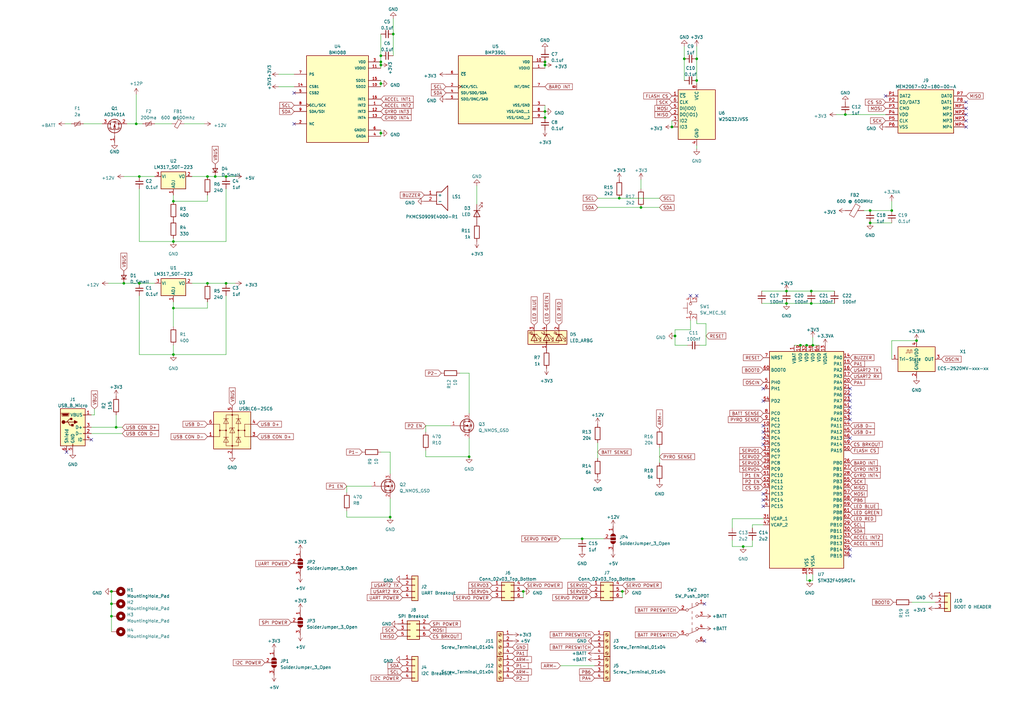
<source format=kicad_sch>
(kicad_sch (version 20230121) (generator eeschema)
  (paper "A3")
  (junction (at 214.63 242.57))
  (junction (at 88.265 72.39))
  (junction (at 285.75 24.13))
  (junction (at 275.59 52.07))
  (junction (at 57.15 72.39))
  (junction (at 223.52 26.67))
  (junction (at 332.105 238.125))
  (junction (at 255.27 242.57))
  (junction (at 161.29 13.97))
  (junction (at 322.58 119.38))
  (junction (at 254 81.28))
  (junction (at 71.12 145.415))
  (junction (at 57.15 116.205))
  (junction (at 45.72 242.57))
  (junction (at 156.21 22.86))
  (junction (at 322.58 124.46))
  (junction (at 156.21 54.61))
  (junction (at 333.375 141.605))
  (junction (at 92.71 116.205))
  (junction (at 356.87 86.36))
  (junction (at 85.09 72.39))
  (junction (at 92.71 72.39))
  (junction (at 375.92 139.7))
  (junction (at 47.625 175.26))
  (junction (at 238.76 220.98))
  (junction (at 71.12 82.55))
  (junction (at 346.71 46.99))
  (junction (at 276.86 137.795))
  (junction (at 332.74 119.38))
  (junction (at 356.87 91.44))
  (junction (at 85.09 116.205))
  (junction (at 55.88 50.8))
  (junction (at 223.52 45.72))
  (junction (at 285.75 33.02))
  (junction (at 156.21 25.4))
  (junction (at 330.835 141.605))
  (junction (at 45.72 247.65))
  (junction (at 45.72 252.73))
  (junction (at 223.52 25.4))
  (junction (at 365.76 86.36))
  (junction (at 71.12 99.06))
  (junction (at 223.52 48.26))
  (junction (at 304.8 224.155))
  (junction (at 71.12 126.365))
  (junction (at 160.02 212.09))
  (junction (at 156.21 34.29))
  (junction (at 328.295 141.605))
  (junction (at 156.21 26.67))
  (junction (at 192.405 187.325))
  (junction (at 262.89 85.09))
  (junction (at 280.67 24.13))
  (junction (at 50.8 116.205))
  (junction (at 332.74 124.46))
  (no_connect (at 348.615 169.545))
  (no_connect (at 283.21 121.285))
  (no_connect (at 313.055 202.565))
  (no_connect (at 313.055 205.105))
  (no_connect (at 313.055 159.385))
  (no_connect (at 348.615 172.085))
  (no_connect (at 396.24 46.99))
  (no_connect (at 313.055 177.165))
  (no_connect (at 348.615 227.965))
  (no_connect (at 348.615 167.005))
  (no_connect (at 285.75 121.285))
  (no_connect (at 313.055 164.465))
  (no_connect (at 396.24 49.53))
  (no_connect (at 120.65 38.1))
  (no_connect (at 120.65 50.8))
  (no_connect (at 396.24 52.07))
  (no_connect (at 348.615 164.465))
  (no_connect (at 348.615 161.925))
  (no_connect (at 396.24 41.91))
  (no_connect (at 363.22 39.37))
  (no_connect (at 37.465 180.34))
  (no_connect (at 27.305 185.42))
  (no_connect (at 396.24 44.45))
  (no_connect (at 288.925 247.65))
  (no_connect (at 313.055 179.705))
  (no_connect (at 348.615 225.425))
  (no_connect (at 348.615 159.385))
  (no_connect (at 288.925 262.89))
  (no_connect (at 313.055 174.625))
  (no_connect (at 313.055 207.645))
  (no_connect (at 313.055 182.245))
  (no_connect (at 348.615 179.705))
  (wire (pts (xy 285.75 132.715) (xy 285.75 131.445)))
  (wire (pts (xy 160.02 194.31) (xy 160.02 185.42)))
  (wire (pts (xy 223.52 26.67) (xy 223.52 27.94)))
  (wire (pts (xy 47.625 175.26) (xy 50.165 175.26)))
  (wire (pts (xy 114.3 30.48) (xy 120.65 30.48)))
  (wire (pts (xy 276.86 137.795) (xy 276.86 141.605)))
  (wire (pts (xy 276.86 137.795) (xy 276.86 135.255)))
  (wire (pts (xy 300.355 221.615) (xy 300.355 224.155)))
  (wire (pts (xy 223.52 43.18) (xy 223.52 45.72)))
  (wire (pts (xy 330.835 238.125) (xy 332.105 238.125)))
  (wire (pts (xy 142.24 212.09) (xy 160.02 212.09)))
  (wire (pts (xy 365.76 82.55) (xy 365.76 86.36)))
  (wire (pts (xy 262.89 73.66) (xy 262.89 77.47)))
  (wire (pts (xy 333.375 238.125) (xy 333.375 235.585)))
  (wire (pts (xy 71.12 80.01) (xy 71.12 82.55)))
  (wire (pts (xy 285.75 24.13) (xy 285.75 33.02)))
  (wire (pts (xy 142.24 209.55) (xy 142.24 212.09)))
  (wire (pts (xy 322.58 124.46) (xy 332.74 124.46)))
  (wire (pts (xy 192.405 187.325) (xy 192.405 179.705)))
  (wire (pts (xy 50.8 116.205) (xy 57.15 116.205)))
  (wire (pts (xy 92.71 116.205) (xy 96.52 116.205)))
  (wire (pts (xy 57.15 99.06) (xy 71.12 99.06)))
  (wire (pts (xy 37.465 177.8) (xy 50.165 177.8)))
  (wire (pts (xy 45.72 252.73) (xy 45.72 259.08)))
  (wire (pts (xy 333.375 138.43) (xy 333.375 141.605)))
  (wire (pts (xy 92.71 72.39) (xy 96.52 72.39)))
  (wire (pts (xy 192.405 153.035) (xy 188.595 153.035)))
  (wire (pts (xy 346.71 46.99) (xy 363.22 46.99)))
  (wire (pts (xy 92.71 145.415) (xy 71.12 145.415)))
  (wire (pts (xy 161.29 7.62) (xy 161.29 13.97)))
  (wire (pts (xy 38.735 167.64) (xy 38.735 170.18)))
  (wire (pts (xy 287.02 141.605) (xy 289.56 141.605)))
  (wire (pts (xy 192.405 153.035) (xy 192.405 169.545)))
  (wire (pts (xy 174.625 187.325) (xy 192.405 187.325)))
  (wire (pts (xy 156.21 53.34) (xy 156.21 54.61)))
  (wire (pts (xy 365.76 139.7) (xy 375.92 139.7)))
  (wire (pts (xy 365.76 86.36) (xy 356.87 86.36)))
  (wire (pts (xy 356.87 91.44) (xy 365.76 91.44)))
  (wire (pts (xy 325.755 141.605) (xy 328.295 141.605)))
  (wire (pts (xy 330.835 141.605) (xy 333.375 141.605)))
  (wire (pts (xy 161.29 13.97) (xy 161.29 22.86)))
  (wire (pts (xy 85.09 72.39) (xy 88.265 72.39)))
  (wire (pts (xy 229.87 220.98) (xy 238.76 220.98)))
  (wire (pts (xy 245.11 181.61) (xy 245.11 187.96)))
  (wire (pts (xy 300.355 224.155) (xy 304.8 224.155)))
  (wire (pts (xy 85.09 80.01) (xy 85.09 82.55)))
  (wire (pts (xy 47.625 170.18) (xy 47.625 175.26)))
  (wire (pts (xy 156.21 34.29) (xy 156.21 35.56)))
  (wire (pts (xy 330.835 235.585) (xy 330.835 238.125)))
  (wire (pts (xy 34.29 50.8) (xy 41.91 50.8)))
  (wire (pts (xy 160.02 185.42) (xy 156.21 185.42)))
  (wire (pts (xy 312.42 119.38) (xy 322.58 119.38)))
  (wire (pts (xy 308.61 215.265) (xy 308.61 216.535)))
  (wire (pts (xy 285.75 33.02) (xy 285.75 34.29)))
  (wire (pts (xy 57.15 121.285) (xy 57.15 145.415)))
  (wire (pts (xy 57.15 77.47) (xy 57.15 99.06)))
  (wire (pts (xy 71.12 126.365) (xy 71.12 133.985)))
  (wire (pts (xy 71.12 123.825) (xy 71.12 126.365)))
  (wire (pts (xy 174.625 184.785) (xy 174.625 187.325)))
  (wire (pts (xy 280.67 19.05) (xy 280.67 24.13)))
  (wire (pts (xy 88.265 72.39) (xy 92.71 72.39)))
  (wire (pts (xy 276.86 141.605) (xy 281.94 141.605)))
  (wire (pts (xy 313.055 212.725) (xy 300.355 212.725)))
  (wire (pts (xy 214.63 242.57) (xy 214.63 245.11)))
  (wire (pts (xy 184.785 174.625) (xy 174.625 174.625)))
  (wire (pts (xy 57.15 72.39) (xy 63.5 72.39)))
  (wire (pts (xy 85.09 116.205) (xy 92.71 116.205)))
  (wire (pts (xy 313.055 215.265) (xy 308.61 215.265)))
  (wire (pts (xy 312.42 124.46) (xy 322.58 124.46)))
  (wire (pts (xy 71.12 99.06) (xy 92.71 99.06)))
  (wire (pts (xy 262.89 85.09) (xy 270.51 85.09)))
  (wire (pts (xy 85.09 126.365) (xy 71.12 126.365)))
  (wire (pts (xy 55.88 38.735) (xy 55.88 50.8)))
  (wire (pts (xy 255.27 242.57) (xy 255.27 245.11)))
  (wire (pts (xy 57.15 145.415) (xy 71.12 145.415)))
  (wire (pts (xy 276.86 135.255) (xy 283.21 135.255)))
  (wire (pts (xy 71.12 99.06) (xy 71.12 97.79)))
  (wire (pts (xy 332.74 124.46) (xy 342.265 124.46)))
  (wire (pts (xy 75.565 50.8) (xy 83.82 50.8)))
  (wire (pts (xy 156.21 33.02) (xy 156.21 34.29)))
  (wire (pts (xy 346.71 46.99) (xy 342.9 46.99)))
  (wire (pts (xy 322.58 119.38) (xy 332.74 119.38)))
  (wire (pts (xy 92.71 121.285) (xy 92.71 145.415)))
  (wire (pts (xy 92.71 77.47) (xy 92.71 99.06)))
  (wire (pts (xy 45.72 247.65) (xy 45.72 252.73)))
  (wire (pts (xy 328.295 141.605) (xy 330.835 141.605)))
  (wire (pts (xy 245.11 85.09) (xy 262.89 85.09)))
  (wire (pts (xy 45.72 242.57) (xy 45.72 247.65)))
  (wire (pts (xy 37.465 175.26) (xy 47.625 175.26)))
  (wire (pts (xy 308.61 224.155) (xy 308.61 221.615)))
  (wire (pts (xy 229.87 273.05) (xy 243.84 273.05)))
  (wire (pts (xy 223.52 25.4) (xy 223.52 26.67)))
  (wire (pts (xy 26.67 50.8) (xy 29.21 50.8)))
  (wire (pts (xy 63.5 50.8) (xy 70.485 50.8)))
  (wire (pts (xy 50.8 72.39) (xy 57.15 72.39)))
  (wire (pts (xy 304.8 224.155) (xy 308.61 224.155)))
  (wire (pts (xy 38.735 170.18) (xy 37.465 170.18)))
  (wire (pts (xy 156.21 13.97) (xy 156.21 22.86)))
  (wire (pts (xy 156.21 26.67) (xy 156.21 27.94)))
  (wire (pts (xy 156.21 25.4) (xy 156.21 26.67)))
  (wire (pts (xy 285.75 59.69) (xy 285.75 60.96)))
  (wire (pts (xy 254 81.28) (xy 270.51 81.28)))
  (wire (pts (xy 156.21 22.86) (xy 156.21 25.4)))
  (wire (pts (xy 160.02 212.09) (xy 160.02 204.47)))
  (wire (pts (xy 238.76 220.98) (xy 247.65 220.98)))
  (wire (pts (xy 285.75 19.05) (xy 285.75 24.13)))
  (wire (pts (xy 152.4 199.39) (xy 142.24 199.39)))
  (wire (pts (xy 365.76 147.32) (xy 365.76 139.7)))
  (wire (pts (xy 85.09 82.55) (xy 71.12 82.55)))
  (wire (pts (xy 356.87 86.36) (xy 354.33 86.36)))
  (wire (pts (xy 52.07 50.8) (xy 55.88 50.8)))
  (wire (pts (xy 270.51 183.515) (xy 270.51 189.865)))
  (wire (pts (xy 195.58 76.2) (xy 195.58 83.82)))
  (wire (pts (xy 55.88 50.8) (xy 58.42 50.8)))
  (wire (pts (xy 174.625 174.625) (xy 174.625 177.165)))
  (wire (pts (xy 44.45 116.205) (xy 50.8 116.205)))
  (wire (pts (xy 289.56 132.715) (xy 289.56 141.605)))
  (wire (pts (xy 374.015 247.015) (xy 383.54 247.015)))
  (wire (pts (xy 142.24 199.39) (xy 142.24 201.93)))
  (wire (pts (xy 332.74 119.38) (xy 342.265 119.38)))
  (wire (pts (xy 156.21 54.61) (xy 156.21 55.88)))
  (wire (pts (xy 333.375 141.605) (xy 335.915 141.605)))
  (wire (pts (xy 245.11 81.28) (xy 254 81.28)))
  (wire (pts (xy 275.59 49.53) (xy 275.59 52.07)))
  (wire (pts (xy 289.56 132.715) (xy 285.75 132.715)))
  (wire (pts (xy 223.52 45.72) (xy 223.52 48.26)))
  (wire (pts (xy 283.21 135.255) (xy 283.21 131.445)))
  (wire (pts (xy 300.355 212.725) (xy 300.355 216.535)))
  (wire (pts (xy 332.105 238.125) (xy 333.375 238.125)))
  (wire (pts (xy 85.09 123.825) (xy 85.09 126.365)))
  (wire (pts (xy 71.12 141.605) (xy 71.12 145.415)))
  (wire (pts (xy 280.67 24.13) (xy 280.67 33.02)))
  (wire (pts (xy 114.3 35.56) (xy 120.65 35.56)))
  (wire (pts (xy 57.15 116.205) (xy 63.5 116.205)))
  (wire (pts (xy 78.74 116.205) (xy 85.09 116.205)))
  (wire (pts (xy 78.74 72.39) (xy 85.09 72.39)))
  (global_label "P2 EN" (shape input) (at 313.055 197.485 180) (property "Intersheetrefs" "${INTERSHEET_REFS}" (effects hide)))
  (global_label "SPI POWER" (shape input) (at 175.895 255.905 0) (property "Intersheetrefs" "${INTERSHEET_REFS}" (effects hide)))
  (global_label "ARM-" (shape input) (at 210.185 275.59 0) (property "Intersheetrefs" "${INTERSHEET_REFS}" (effects hide)))
  (global_label "BARO INT" (shape input) (at 223.52 35.56 0) (property "Intersheetrefs" "${INTERSHEET_REFS}" (effects hide)))
  (global_label "SERVO4" (shape input) (at 201.93 242.57 180) (property "Intersheetrefs" "${INTERSHEET_REFS}" (effects hide)))
  (global_label "SERVO3" (shape input) (at 313.055 189.865 180) (property "Intersheetrefs" "${INTERSHEET_REFS}" (effects hide)))
  (global_label "ARM-" (shape input) (at 270.51 175.895 90) (property "Intersheetrefs" "${INTERSHEET_REFS}" (effects hide)))
  (global_label "SCL" (shape input) (at 348.615 215.265 0) (property "Intersheetrefs" "${INTERSHEET_REFS}" (effects hide)))
  (global_label "OSCIN" (shape input) (at 313.055 156.845 180) (property "Intersheetrefs" "${INTERSHEET_REFS}" (effects hide)))
  (global_label "LED GREEN" (shape input) (at 224.155 133.35 90) (property "Intersheetrefs" "${INTERSHEET_REFS}" (effects hide)))
  (global_label "MISO" (shape input) (at 163.195 260.985 180) (property "Intersheetrefs" "${INTERSHEET_REFS}" (effects hide)))
  (global_label "MOSI" (shape input) (at 175.895 258.445 0) (property "Intersheetrefs" "${INTERSHEET_REFS}" (effects hide)))
  (global_label "GYRO INT3" (shape input) (at 156.21 45.72 0) (property "Intersheetrefs" "${INTERSHEET_REFS}" (effects hide)))
  (global_label "BATT PRESWITCH" (shape input) (at 278.765 250.19 180) (property "Intersheetrefs" "${INTERSHEET_REFS}" (effects hide)))
  (global_label "BOOT0" (shape input) (at 366.395 247.015 180) (property "Intersheetrefs" "${INTERSHEET_REFS}" (effects hide)))
  (global_label "USB D-" (shape input) (at 348.615 174.625 0) (property "Intersheetrefs" "${INTERSHEET_REFS}" (effects hide)))
  (global_label "LED RED" (shape input) (at 229.235 133.35 90) (property "Intersheetrefs" "${INTERSHEET_REFS}" (effects hide)))
  (global_label "PA1" (shape input) (at 348.615 149.225 0) (property "Intersheetrefs" "${INTERSHEET_REFS}" (effects hide)))
  (global_label "PA4" (shape input) (at 348.615 156.845 0) (property "Intersheetrefs" "${INTERSHEET_REFS}" (effects hide)))
  (global_label "UART POWER" (shape input) (at 165.1 245.11 180) (property "Intersheetrefs" "${INTERSHEET_REFS}" (effects hide)))
  (global_label "SCL" (shape input) (at 270.51 81.28 0) (property "Intersheetrefs" "${INTERSHEET_REFS}" (effects hide)))
  (global_label "OSCIN" (shape input) (at 386.08 147.32 0) (property "Intersheetrefs" "${INTERSHEET_REFS}" (effects hide)))
  (global_label "SDA" (shape input) (at 120.65 45.72 180) (property "Intersheetrefs" "${INTERSHEET_REFS}" (effects hide)))
  (global_label "PB6" (shape input) (at 243.84 275.59 180) (property "Intersheetrefs" "${INTERSHEET_REFS}" (effects hide)))
  (global_label "BATT PRESWITCH" (shape input) (at 243.84 260.35 180) (property "Intersheetrefs" "${INTERSHEET_REFS}" (effects hide)))
  (global_label "BATT PRESWITCH" (shape input) (at 243.84 265.43 180) (property "Intersheetrefs" "${INTERSHEET_REFS}" (effects hide)))
  (global_label "CS BRKOUT" (shape input) (at 348.615 182.245 0) (property "Intersheetrefs" "${INTERSHEET_REFS}" (effects hide)))
  (global_label "ARM-" (shape input) (at 210.185 270.51 0) (property "Intersheetrefs" "${INTERSHEET_REFS}" (effects hide)))
  (global_label "SCL" (shape input) (at 245.11 81.28 180) (property "Intersheetrefs" "${INTERSHEET_REFS}" (effects hide)))
  (global_label "USB CON D+" (shape input) (at 105.41 179.07 0) (property "Intersheetrefs" "${INTERSHEET_REFS}" (effects hide)))
  (global_label "SERVO POWER" (shape input) (at 201.93 245.11 180) (property "Intersheetrefs" "${INTERSHEET_REFS}" (effects hide)))
  (global_label "FLASH CS" (shape input) (at 348.615 184.785 0) (property "Intersheetrefs" "${INTERSHEET_REFS}" (effects hide)))
  (global_label "USB D+" (shape input) (at 348.615 177.165 0) (property "Intersheetrefs" "${INTERSHEET_REFS}" (effects hide)))
  (global_label "MISO" (shape input) (at 396.24 39.37 0) (property "Intersheetrefs" "${INTERSHEET_REFS}" (effects hide)))
  (global_label "SDA" (shape input) (at 245.11 85.09 180) (property "Intersheetrefs" "${INTERSHEET_REFS}" (effects hide)))
  (global_label "I2C POWER" (shape input) (at 108.585 271.78 180) (property "Intersheetrefs" "${INTERSHEET_REFS}" (effects hide)))
  (global_label "CS SD" (shape input) (at 313.055 200.025 180) (property "Intersheetrefs" "${INTERSHEET_REFS}" (effects hide)))
  (global_label "BUZZER" (shape input) (at 348.615 146.685 0) (property "Intersheetrefs" "${INTERSHEET_REFS}" (effects hide)))
  (global_label "VBUS" (shape input) (at 38.735 167.64 90) (property "Intersheetrefs" "${INTERSHEET_REFS}" (effects hide)))
  (global_label "FLASH CS" (shape input) (at 275.59 39.37 180) (property "Intersheetrefs" "${INTERSHEET_REFS}" (effects hide)))
  (global_label "LED BLUE" (shape input) (at 348.615 207.645 0) (property "Intersheetrefs" "${INTERSHEET_REFS}" (effects hide)))
  (global_label "MOSI" (shape input) (at 275.59 44.45 180) (property "Intersheetrefs" "${INTERSHEET_REFS}" (effects hide)))
  (global_label "SERVO2" (shape input) (at 242.57 242.57 180) (property "Intersheetrefs" "${INTERSHEET_REFS}" (effects hide)))
  (global_label "ARM-" (shape input) (at 229.87 273.05 180) (property "Intersheetrefs" "${INTERSHEET_REFS}" (effects hide)))
  (global_label "USART2 RX" (shape input) (at 165.1 242.57 180) (property "Intersheetrefs" "${INTERSHEET_REFS}" (effects hide)))
  (global_label "SERVO POWER" (shape input) (at 229.87 220.98 180) (property "Intersheetrefs" "${INTERSHEET_REFS}" (effects hide)))
  (global_label "RESET" (shape input) (at 289.56 137.795 0) (property "Intersheetrefs" "${INTERSHEET_REFS}" (effects hide)))
  (global_label "MISO" (shape input) (at 348.615 200.025 0) (property "Intersheetrefs" "${INTERSHEET_REFS}" (effects hide)))
  (global_label "SDA" (shape input) (at 270.51 85.09 0) (property "Intersheetrefs" "${INTERSHEET_REFS}" (effects hide)))
  (global_label "SCK" (shape input) (at 275.59 41.91 180) (property "Intersheetrefs" "${INTERSHEET_REFS}" (effects hide)))
  (global_label "SERVO1" (shape input) (at 313.055 184.785 180) (property "Intersheetrefs" "${INTERSHEET_REFS}" (effects hide)))
  (global_label "BUZZER" (shape input) (at 173.99 80.01 180) (property "Intersheetrefs" "${INTERSHEET_REFS}" (effects hide)))
  (global_label "LED GREEN" (shape input) (at 348.615 210.185 0) (property "Intersheetrefs" "${INTERSHEET_REFS}" (effects hide)))
  (global_label "SCK" (shape input) (at 163.195 258.445 180) (property "Intersheetrefs" "${INTERSHEET_REFS}" (effects hide)))
  (global_label "USB CON D-" (shape input) (at 50.165 177.8 0) (property "Intersheetrefs" "${INTERSHEET_REFS}" (effects hide)))
  (global_label "SPI POWER" (shape input) (at 119.38 255.27 180) (property "Intersheetrefs" "${INTERSHEET_REFS}" (effects hide)))
  (global_label "VBUS" (shape input) (at 88.265 67.31 90) (property "Intersheetrefs" "${INTERSHEET_REFS}" (effects hide)))
  (global_label "SCL" (shape input) (at 182.88 35.56 180) (property "Intersheetrefs" "${INTERSHEET_REFS}" (effects hide)))
  (global_label "SCK" (shape input) (at 348.615 197.485 0) (property "Intersheetrefs" "${INTERSHEET_REFS}" (effects hide)))
  (global_label "USB CON D-" (shape input) (at 85.09 179.07 180) (property "Intersheetrefs" "${INTERSHEET_REFS}" (effects hide)))
  (global_label "USB CON D+" (shape input) (at 50.165 175.26 0) (property "Intersheetrefs" "${INTERSHEET_REFS}" (effects hide)))
  (global_label "GYRO INT3" (shape input) (at 348.615 192.405 0) (property "Intersheetrefs" "${INTERSHEET_REFS}" (effects hide)))
  (global_label "USB D-" (shape input) (at 85.09 173.99 180) (property "Intersheetrefs" "${INTERSHEET_REFS}" (effects hide)))
  (global_label "VBUS" (shape input) (at 95.25 166.37 90) (property "Intersheetrefs" "${INTERSHEET_REFS}" (effects hide)))
  (global_label "P2-" (shape input) (at 180.975 153.035 180) (property "Intersheetrefs" "${INTERSHEET_REFS}" (effects hide)))
  (global_label "USART2 RX" (shape input) (at 348.615 154.305 0) (property "Intersheetrefs" "${INTERSHEET_REFS}" (effects hide)))
  (global_label "LED RED" (shape input) (at 348.615 212.725 0) (property "Intersheetrefs" "${INTERSHEET_REFS}" (effects hide)))
  (global_label "BATT PRESWITCH" (shape input) (at 278.765 260.35 180) (property "Intersheetrefs" "${INTERSHEET_REFS}" (effects hide)))
  (global_label "ACCEL INT1" (shape input) (at 156.21 40.64 0) (property "Intersheetrefs" "${INTERSHEET_REFS}" (effects hide)))
  (global_label "P1 EN" (shape input) (at 142.24 199.39 180) (property "Intersheetrefs" "${INTERSHEET_REFS}" (effects hide)))
  (global_label "BATT SENSE" (shape input) (at 245.11 185.42 0) (property "Intersheetrefs" "${INTERSHEET_REFS}" (effects hide)))
  (global_label "SDA" (shape input) (at 182.88 38.1 180) (property "Intersheetrefs" "${INTERSHEET_REFS}" (effects hide)))
  (global_label "ACCEL INT1" (shape input) (at 348.615 222.885 0) (property "Intersheetrefs" "${INTERSHEET_REFS}" (effects hide)))
  (global_label "UART POWER" (shape input) (at 119.38 231.14 180) (property "Intersheetrefs" "${INTERSHEET_REFS}" (effects hide)))
  (global_label "PA1" (shape input) (at 210.185 267.97 0) (property "Intersheetrefs" "${INTERSHEET_REFS}" (effects hide)))
  (global_label "PYRO SENSE" (shape input) (at 313.055 172.085 180) (property "Intersheetrefs" "${INTERSHEET_REFS}" (effects hide)))
  (global_label "VBUS" (shape input) (at 50.8 111.125 90) (property "Intersheetrefs" "${INTERSHEET_REFS}" (effects hide)))
  (global_label "GYRO INT4" (shape input) (at 156.21 48.26 0) (property "Intersheetrefs" "${INTERSHEET_REFS}" (effects hide)))
  (global_label "ACCEL INT2" (shape input) (at 156.21 43.18 0) (property "Intersheetrefs" "${INTERSHEET_REFS}" (effects hide)))
  (global_label "SERVO POWER" (shape input) (at 255.27 240.03 0) (property "Intersheetrefs" "${INTERSHEET_REFS}" (effects hide)))
  (global_label "P1-" (shape input) (at 148.59 185.42 180) (property "Intersheetrefs" "${INTERSHEET_REFS}" (effects hide)))
  (global_label "SERVO POWER" (shape input) (at 242.57 245.11 180) (property "Intersheetrefs" "${INTERSHEET_REFS}" (effects hide)))
  (global_label "P2-" (shape input) (at 210.185 278.13 0) (property "Intersheetrefs" "${INTERSHEET_REFS}" (effects hide)))
  (global_label "RESET" (shape input) (at 313.055 146.685 180) (property "Intersheetrefs" "${INTERSHEET_REFS}" (effects hide)))
  (global_label "PYRO SENSE" (shape input) (at 270.51 187.325 0) (property "Intersheetrefs" "${INTERSHEET_REFS}" (effects hide)))
  (global_label "P1 EN" (shape input) (at 313.055 194.945 180) (property "Intersheetrefs" "${INTERSHEET_REFS}" (effects hide)))
  (global_label "GYRO INT4" (shape input) (at 348.615 194.945 0) (property "Intersheetrefs" "${INTERSHEET_REFS}" (effects hide)))
  (global_label "SERVO POWER" (shape input) (at 214.63 240.03 0) (property "Intersheetrefs" "${INTERSHEET_REFS}" (effects hide)))
  (global_label "CS SD" (shape input) (at 363.22 41.91 180) (property "Intersheetrefs" "${INTERSHEET_REFS}" (effects hide)))
  (global_label "LED BLUE" (shape input) (at 219.075 133.35 90) (property "Intersheetrefs" "${INTERSHEET_REFS}" (effects hide)))
  (global_label "USART2 TX" (shape input) (at 165.1 240.03 180) (property "Intersheetrefs" "${INTERSHEET_REFS}" (effects hide)))
  (global_label "SCL" (shape input) (at 120.65 43.18 180) (property "Intersheetrefs" "${INTERSHEET_REFS}" (effects hide)))
  (global_label "MISO" (shape input) (at 275.59 46.99 180) (property "Intersheetrefs" "${INTERSHEET_REFS}" (effects hide)))
  (global_label "ACCEL INT2" (shape input) (at 348.615 220.345 0) (property "Intersheetrefs" "${INTERSHEET_REFS}" (effects hide)))
  (global_label "P2 EN" (shape input) (at 174.625 174.625 180) (property "Intersheetrefs" "${INTERSHEET_REFS}" (effects hide)))
  (global_label "P1-" (shape input) (at 210.185 273.05 0) (property "Intersheetrefs" "${INTERSHEET_REFS}" (effects hide)))
  (global_label "SDA" (shape input) (at 165.1 273.05 180) (property "Intersheetrefs" "${INTERSHEET_REFS}" (effects hide)))
  (global_label "BARO INT" (shape input) (at 348.615 189.865 0) (property "Intersheetrefs" "${INTERSHEET_REFS}" (effects hide)))
  (global_label "SDA" (shape input) (at 348.615 217.805 0) (property "Intersheetrefs" "${INTERSHEET_REFS}" (effects hide)))
  (global_label "SERVO1" (shape input) (at 242.57 240.03 180) (property "Intersheetrefs" "${INTERSHEET_REFS}" (effects hide)))
  (global_label "GND" (shape input) (at 210.185 265.43 0) (property "Intersheetrefs" "${INTERSHEET_REFS}" (effects hide)))
  (global_label "MOSI" (shape input) (at 363.22 44.45 180) (property "Intersheetrefs" "${INTERSHEET_REFS}" (effects hide)))
  (global_label "SCL" (shape input) (at 165.1 275.59 180) (property "Intersheetrefs" "${INTERSHEET_REFS}" (effects hide)))
  (global_label "BOOT0" (shape input) (at 313.055 151.765 180) (property "Intersheetrefs" "${INTERSHEET_REFS}" (effects hide)))
  (global_label "SERVO3" (shape input) (at 201.93 240.03 180) (property "Intersheetrefs" "${INTERSHEET_REFS}" (effects hide)))
  (global_label "PB6" (shape input) (at 348.615 205.105 0) (property "Intersheetrefs" "${INTERSHEET_REFS}" (effects hide)))
  (global_label "PA4" (shape input) (at 243.84 278.13 180) (property "Intersheetrefs" "${INTERSHEET_REFS}" (effects hide)))
  (global_label "SERVO2" (shape input) (at 313.055 187.325 180) (property "Intersheetrefs" "${INTERSHEET_REFS}" (effects hide)))
  (global_label "SCK" (shape input) (at 363.22 49.53 180) (property "Intersheetrefs" "${INTERSHEET_REFS}" (effects hide)))
  (global_label "BATT SENSE" (shape input) (at 313.055 169.545 180) (property "Intersheetrefs" "${INTERSHEET_REFS}" (effects hide)))
  (global_label "USART2 TX" (shape input) (at 348.615 151.765 0) (property "Intersheetrefs" "${INTERSHEET_REFS}" (effects hide)))
  (global_label "USB D+" (shape input) (at 105.41 173.99 0) (property "Intersheetrefs" "${INTERSHEET_REFS}" (effects hide)))
  (global_label "SERVO4" (shape input) (at 313.055 192.405 180) (property "Intersheetrefs" "${INTERSHEET_REFS}" (effects hide)))
  (global_label "CS BRKOUT" (shape input) (at 175.895 260.985 0) (property "Intersheetrefs" "${INTERSHEET_REFS}" (effects hide)))
  (global_label "MOSI" (shape input) (at 348.615 202.565 0) (property "Intersheetrefs" "${INTERSHEET_REFS}" (effects hide)))
  (global_label "I2C POWER" (shape input) (at 165.1 278.13 180) (property "Intersheetrefs" "${INTERSHEET_REFS}" (effects hide)))
  (symbol (lib_id "Device:R") (at 71.12 137.795 0) (unit 1)
    (property "Reference" "R1" (at 73.66 137.16 0) (effects (justify left)))
    (property "Value" "400" (at 73.66 139.7 0) (effects (justify left)))
    (property "Footprint" "Resistor_SMD:R_0603_1608Metric" (effects hide))
  )
  (symbol (lib_id "power:+5V") (at 112.395 276.86 180) (unit 1)
    (property "Reference" "#PWR014" (effects hide))
    (property "Value" "+5V" (at 112.395 281.94 0))
  )
  (symbol (lib_id "power:GND") (at 156.21 54.61 90) (unit 1)
    (property "Reference" "#PWR025" (effects hide))
    (property "Value" "GND" (at 160.02 55.245 90) (effects (justify right)))
  )
  (symbol (lib_id "power:+3V3") (at 210.185 260.35 270) (unit 1)
    (property "Reference" "#PWR037" (effects hide))
    (property "Value" "+3V3" (at 212.725 260.35 90) (effects (justify left)))
  )
  (symbol (lib_id "Device:C_Small") (at 312.42 121.92 180) (unit 1)
    (property "Reference" "C17" (at 315.595 121.2786 0) (effects (justify right)))
    (property "Value" "100nf" (at 315.595 123.8186 0) (effects (justify right)))
    (property "Footprint" "Capacitor_SMD:C_0603_1608Metric" (effects hide))
  )
  (symbol (lib_id "Device:C_Small") (at 223.52 50.8 180) (unit 1)
    (property "Reference" "C8" (at 226.06 50.1586 0) (effects (justify right)))
    (property "Value" "0.1uf" (at 226.06 52.6986 0) (effects (justify right)))
    (property "Footprint" "Capacitor_SMD:C_0603_1608Metric" (effects hide))
  )
  (symbol (lib_id "power:GND") (at 383.54 244.475 270) (unit 1)
    (property "Reference" "#PWR073" (effects hide))
    (property "Value" "GND" (at 379.73 245.11 90) (effects (justify right)))
  )
  (symbol (lib_id "Connector_Generic:Conn_02x03_Odd_Even") (at 168.275 258.445 0) (unit 1)
    (property "Reference" "J8" (at 169.545 250.19 0))
    (property "Value" "SPI Breakout" (at 169.545 252.73 0))
    (property "Footprint" "Connector_PinHeader_2.54mm:PinHeader_2x03_P2.54mm_Vertical" (effects hide))
  )
  (symbol (lib_id "Device:R") (at 224.155 147.32 0) (mirror y) (unit 1)
    (property "Reference" "R7" (at 221.615 146.685 0) (effects (justify left)))
    (property "Value" "1k" (at 221.615 149.225 0) (effects (justify left)))
    (property "Footprint" "Resistor_SMD:R_0603_1608Metric" (effects hide))
  )
  (symbol (lib_id "power:GND") (at 182.88 40.64 270) (unit 1)
    (property "Reference" "#PWR033" (effects hide))
    (property "Value" "GND" (at 179.07 41.275 90) (effects (justify right)))
  )
  (symbol (lib_id "Device:Polyfuse_Small") (at 31.75 50.8 90) (unit 1)
    (property "Reference" "F1" (at 31.75 44.45 90))
    (property "Value" "2a" (at 31.75 46.99 90))
    (property "Footprint" "Fuse:Fuse_1206_3216Metric" (effects hide))
  )
  (symbol (lib_id "power:+3V3") (at 254 73.66 0) (unit 1)
    (property "Reference" "#PWR050" (effects hide))
    (property "Value" "+3V3" (at 254 69.85 0))
  )
  (symbol (lib_id "power:+3V3") (at 285.75 19.05 0) (unit 1)
    (property "Reference" "#PWR056" (effects hide))
    (property "Value" "+3V3" (at 285.75 15.24 0))
  )
  (symbol (lib_id "Switch:SW_Push_DPDT") (at 283.845 255.27 0) (unit 1)
    (property "Reference" "SW2" (at 283.845 241.935 0))
    (property "Value" "SW_Push_DPDT" (at 283.845 244.475 0))
    (property "Footprint" "SamacSys_Parts:JS202011SCQN" (effects hide))
  )
  (symbol (lib_id "power:+12P") (at 55.88 38.735 0) (unit 1)
    (property "Reference" "#PWR078" (effects hide))
    (property "Value" "+12P" (at 55.88 34.29 0))
  )
  (symbol (lib_id "power:GND") (at 214.63 242.57 90) (unit 1)
    (property "Reference" "#PWR039" (effects hide))
    (property "Value" "GND" (at 218.44 243.205 90) (effects (justify right)))
  )
  (symbol (lib_id "Connector_Generic:Conn_01x03") (at 388.62 247.015 0) (unit 1)
    (property "Reference" "J10" (at 391.16 246.38 0) (effects (justify left)))
    (property "Value" "BOOT 0 HEADER" (at 391.16 248.92 0) (effects (justify left)))
    (property "Footprint" "Connector_PinHeader_2.54mm:PinHeader_1x03_P2.54mm_Vertical" (effects hide))
  )
  (symbol (lib_id "power:GND") (at 243.84 262.89 270) (unit 1)
    (property "Reference" "#PWR045" (effects hide))
    (property "Value" "GND" (at 240.665 262.89 90) (effects (justify right)))
  )
  (symbol (lib_id "Device:C_Small") (at 92.71 118.745 0) (unit 1)
    (property "Reference" "C3" (at 95.25 118.1163 0) (effects (justify left)))
    (property "Value" "1uf" (at 95.25 120.6563 0) (effects (justify left)))
    (property "Footprint" "Capacitor_SMD:C_0805_2012Metric" (effects hide))
  )
  (symbol (lib_id "Regulator_Linear:LM317_SOT-223") (at 71.12 116.205 0) (unit 1)
    (property "Reference" "U1" (at 71.12 109.855 0))
    (property "Value" "LM317_SOT-223" (at 71.12 112.395 0))
    (property "Footprint" "Package_TO_SOT_SMD:SOT-223-3_TabPin2" (effects hide))
    (property "Datasheet" "http://www.ti.com/lit/ds/symlink/lm317.pdf" (effects hide))
  )
  (symbol (lib_id "power:+3V3") (at 322.58 119.38 0) (unit 1)
    (property "Reference" "#PWR065" (effects hide))
    (property "Value" "+3V3" (at 322.58 116.205 0))
  )
  (symbol (lib_id "Device:C_Small") (at 356.87 88.9 180) (unit 1)
    (property "Reference" "C18" (at 359.41 88.2586 0) (effects (justify right)))
    (property "Value" "1uf" (at 359.41 90.7986 0) (effects (justify right)))
    (property "Footprint" "Capacitor_SMD:C_0603_1608Metric" (effects hide))
  )
  (symbol (lib_id "Device:LED_ARBG") (at 224.155 138.43 270) (unit 1)
    (property "Reference" "D5" (at 233.68 137.16 90) (effects (justify left)))
    (property "Value" "LED_ARBG" (at 233.68 139.7 90) (effects (justify left)))
    (property "Footprint" "LED_SMD:LED_Cree-PLCC4_2x2mm_CW" (effects hide))
  )
  (symbol (lib_id "Device:R") (at 195.58 95.25 0) (mirror y) (unit 1)
    (property "Reference" "R11" (at 193.04 94.615 0) (effects (justify left)))
    (property "Value" "1k" (at 193.04 97.155 0) (effects (justify left)))
    (property "Footprint" "Resistor_SMD:R_0603_1608Metric" (effects hide))
  )
  (symbol (lib_id "power:GND") (at 363.22 52.07 270) (unit 1)
    (property "Reference" "#PWR069" (effects hide))
    (property "Value" "GND" (at 359.41 52.705 90) (effects (justify right)))
  )
  (symbol (lib_id "power:GND") (at 29.845 185.42 0) (unit 1)
    (property "Reference" "#PWR06" (effects hide))
    (property "Value" "GND" (at 29.845 190.5 0))
  )
  (symbol (lib_id "power:GND") (at 375.92 154.94 0) (unit 1)
    (property "Reference" "#PWR052" (effects hide))
    (property "Value" "GND" (at 375.92 160.02 0))
  )
  (symbol (lib_id "power:+3.3VA") (at 365.76 82.55 0) (unit 1)
    (property "Reference" "#PWR070" (effects hide))
    (property "Value" "+3.3VA" (at 365.76 78.74 0))
  )
  (symbol (lib_id "power:+5V") (at 123.19 236.22 180) (unit 1)
    (property "Reference" "#PWR019" (effects hide))
    (property "Value" "+5V" (at 123.19 241.3 0))
  )
  (symbol (lib_id "power:+3V3") (at 195.58 99.06 180) (unit 1)
    (property "Reference" "#PWR035" (effects hide))
    (property "Value" "+3V3" (at 195.58 104.14 0))
  )
  (symbol (lib_id "power:GND") (at 245.11 195.58 0) (unit 1)
    (property "Reference" "#PWR047" (effects hide))
    (property "Value" "GND" (at 245.11 200.66 0))
  )
  (symbol (lib_id "Device:C_Small") (at 300.355 219.075 0) (unit 1)
    (property "Reference" "C13" (at 302.895 218.4463 0) (effects (justify left)))
    (property "Value" "2u2" (at 302.895 220.9863 0) (effects (justify left)))
    (property "Footprint" "Capacitor_SMD:C_0603_1608Metric" (effects hide))
  )
  (symbol (lib_id "Connector:Screw_Terminal_01x04") (at 248.92 273.05 0) (unit 1)
    (property "Reference" "J5" (at 251.46 273.05 0) (effects (justify left)))
    (property "Value" "Screw_Terminal_01x04" (at 251.46 275.59 0) (effects (justify left)))
    (property "Footprint" "TerminalBlock:TerminalBlock_bornier-4_P5.08mm" (effects hide))
  )
  (symbol (lib_id "power:GND") (at 173.99 82.55 270) (unit 1)
    (property "Reference" "#PWR031" (effects hide))
    (property "Value" "GND" (at 170.18 83.185 90) (effects (justify right)))
  )
  (symbol (lib_id "Device:Q_NMOS_GSD") (at 157.48 199.39 0) (unit 1)
    (property "Reference" "Q2" (at 163.83 198.755 0) (effects (justify left)))
    (property "Value" "Q_NMOS_GSD" (at 163.83 201.295 0) (effects (justify left)))
    (property "Footprint" "Package_TO_SOT_SMD:SOT-23-3" (effects hide))
  )
  (symbol (lib_id "power:GND") (at 165.1 270.51 270) (unit 1)
    (property "Reference" "#PWR030" (effects hide))
    (property "Value" "GND" (at 161.29 271.145 90) (effects (justify right)))
  )
  (symbol (lib_id "power:GND") (at 276.86 137.795 270) (unit 1)
    (property "Reference" "#PWR058" (effects hide))
    (property "Value" "GND" (at 273.05 138.43 90) (effects (justify right)))
  )
  (symbol (lib_id "power:+12V") (at 245.11 173.99 0) (unit 1)
    (property "Reference" "#PWR046" (effects hide))
    (property "Value" "+12V" (at 245.11 170.18 0))
  )
  (symbol (lib_id "Device:D_Small") (at 50.8 113.665 90) (unit 1)
    (property "Reference" "D1" (at 53.34 113.03 90) (effects (justify right)))
    (property "Value" "D_Small" (at 53.34 115.57 90) (effects (justify right)))
    (property "Footprint" "Diode_SMD:D_0805_2012Metric" (effects hide))
    (property "Sim.Device" "D" (effects hide))
    (property "Sim.Pins" "1=K 2=A" (effects hide))
  )
  (symbol (lib_id "Device:R") (at 270.51 179.705 0) (mirror y) (unit 1)
    (property "Reference" "R16" (at 267.97 179.07 0) (effects (justify left)))
    (property "Value" "20k" (at 267.97 181.61 0) (effects (justify left)))
    (property "Footprint" "Resistor_SMD:R_0603_1608Metric" (effects hide))
  )
  (symbol (lib_id "power:+12V") (at 251.46 215.9 0) (unit 1)
    (property "Reference" "#PWR048" (effects hide))
    (property "Value" "+12V" (at 251.46 212.09 0))
  )
  (symbol (lib_id "power:+3V3") (at 224.155 151.13 180) (unit 1)
    (property "Reference" "#PWR022" (effects hide))
    (property "Value" "+3V3" (at 224.155 156.21 0))
  )
  (symbol (lib_id "Device:C_Small") (at 57.15 74.93 0) (unit 1)
    (property "Reference" "C2" (at 59.69 74.3013 0) (effects (justify left)))
    (property "Value" "0.1uf" (at 59.69 76.8413 0) (effects (justify left)))
    (property "Footprint" "Capacitor_SMD:C_0805_2012Metric" (effects hide))
  )
  (symbol (lib_id "power:GND") (at 165.1 237.49 270) (unit 1)
    (property "Reference" "#PWR028" (effects hide))
    (property "Value" "GND" (at 161.29 238.125 90) (effects (justify right)))
  )
  (symbol (lib_id "power:+3V3") (at 182.88 30.48 90) (unit 1)
    (property "Reference" "#PWR032" (effects hide))
    (property "Value" "+3V3" (at 179.07 31.115 90) (effects (justify left)))
  )
  (symbol (lib_id "power:+12V") (at 83.82 50.8 270) (unit 1)
    (property "Reference" "#PWR07" (effects hide))
    (property "Value" "+12V" (at 87.63 51.435 90) (effects (justify left)))
  )
  (symbol (lib_id "power:GND") (at 285.75 60.96 0) (unit 1)
    (property "Reference" "#PWR057" (effects hide))
    (property "Value" "GND" (at 285.75 66.04 0))
  )
  (symbol (lib_id "Device:R") (at 254 77.47 0) (mirror y) (unit 1)
    (property "Reference" "R15" (at 251.46 76.835 0) (effects (justify left)))
    (property "Value" "2k2" (at 251.46 79.375 0) (effects (justify left)))
    (property "Footprint" "Resistor_SMD:R_0603_1608Metric" (effects hide))
  )
  (symbol (lib_id "Device:R") (at 71.12 86.36 0) (unit 1)
    (property "Reference" "R3" (at 73.66 85.725 0) (effects (justify left)))
    (property "Value" "400" (at 73.66 88.265 0) (effects (justify left)))
    (property "Footprint" "Resistor_SMD:R_0603_1608Metric_Pad0.98x0.95mm_HandSolder" (effects hide))
  )
  (symbol (lib_id "Device:C_Small") (at 223.52 22.86 180) (unit 1)
    (property "Reference" "C7" (at 226.06 22.2186 0) (effects (justify right)))
    (property "Value" "0.1uf" (at 226.06 24.7586 0) (effects (justify right)))
    (property "Footprint" "Capacitor_SMD:C_0603_1608Metric" (effects hide))
  )
  (symbol (lib_id "power:+3V3") (at 112.395 266.7 0) (unit 1)
    (property "Reference" "#PWR013" (effects hide))
    (property "Value" "+3V3" (at 112.395 262.89 0))
  )
  (symbol (lib_id "power:+5V") (at 210.185 262.89 270) (unit 1)
    (property "Reference" "#PWR076" (effects hide))
    (property "Value" "+5V" (at 213.36 262.89 90) (effects (justify left)))
  )
  (symbol (lib_id "Memory_Flash:W25Q32JVSS") (at 285.75 46.99 0) (unit 1)
    (property "Reference" "U6" (at 294.64 46.355 0) (effects (justify left)))
    (property "Value" "W25Q32JVSS" (at 294.64 48.895 0) (effects (justify left)))
    (property "Footprint" "Package_SO:SOIC-8_5.23x5.23mm_P1.27mm" (effects hide))
    (property "Datasheet" "http://www.winbond.com/resource-files/w25q32jv%20revg%2003272018%20plus.pdf" (effects hide))
  )
  (symbol (lib_id "Connector:Screw_Terminal_01x04") (at 248.92 262.89 0) (unit 1)
    (property "Reference" "J3" (at 251.46 262.89 0) (effects (justify left)))
    (property "Value" "Screw_Terminal_01x04" (at 251.46 265.43 0) (effects (justify left)))
    (property "Footprint" "TerminalBlock:TerminalBlock_bornier-4_P5.08mm" (effects hide))
  )
  (symbol (lib_id "power:GND") (at 156.21 34.29 90) (unit 1)
    (property "Reference" "#PWR024" (effects hide))
    (property "Value" "GND" (at 160.02 34.925 90) (effects (justify right)))
  )
  (symbol (lib_id "power:+3V3") (at 223.52 26.67 270) (unit 1)
    (property "Reference" "#PWR041" (effects hide))
    (property "Value" "+3V3" (at 227.33 27.305 90) (effects (justify left)))
  )
  (symbol (lib_id "SamacSys_Parts:PKMCS0909E4000-R1") (at 173.99 80.01 0) (unit 1)
    (property "Reference" "LS1" (at 185.42 80.645 0) (effects (justify left)))
    (property "Value" "PKMCS0909E4000-R1" (at 166.37 88.9 0) (effects (justify left)))
    (property "Footprint" "SamacSys_Parts:PKMCS0909E4000R1" (effects hide))
    (property "Datasheet" "http://www.murata.com/~/media/webrenewal/products/sound/sounder/vppt-buzj083-d.ashx" (effects hide))
    (property "Height" "1.9" (effects hide))
    (property "Mouser Part Number" "81-PKMCS0909E4000-R1" (effects hide))
    (property "Mouser Price/Stock" "https://www.mouser.co.uk/ProductDetail/Murata-Electronics/PKMCS0909E4000-R1?qs=YqJ97pz8ambMt2Tf4F1Kig%3D%3D" (effects hide))
    (property "Manufacturer_Name" "Murata Electronics" (effects hide))
    (property "Manufacturer_Part_Number" "PKMCS0909E4000-R1" (effects hide))
  )
  (symbol (lib_id "Device:R") (at 85.09 120.015 0) (unit 1)
    (property "Reference" "R5" (at 87.63 119.38 0) (effects (justify left)))
    (property "Value" "240" (at 87.63 121.92 0) (effects (justify left)))
    (property "Footprint" "Resistor_SMD:R_0603_1608Metric_Pad0.98x0.95mm_HandSolder" (effects hide))
  )
  (symbol (lib_id "Device:C_Small") (at 346.71 44.45 0) (unit 1)
    (property "Reference" "C12" (at 349.25 43.8213 0) (effects (justify left)))
    (property "Value" "1uf" (at 349.25 46.3613 0) (effects (justify left)))
    (property "Footprint" "Capacitor_SMD:C_0603_1608Metric" (effects hide))
  )
  (symbol (lib_id "power:GND") (at 304.8 224.155 0) (unit 1)
    (property "Reference" "#PWR059" (effects hide))
    (property "Value" "GND" (at 304.8 229.235 0))
  )
  (symbol (lib_id "Device:R") (at 71.12 93.98 0) (unit 1)
    (property "Reference" "R4" (at 73.66 93.345 0) (effects (justify left)))
    (property "Value" "330" (at 73.66 95.885 0) (effects (justify left)))
    (property "Footprint" "Resistor_SMD:R_0603_1608Metric_Pad0.98x0.95mm_HandSolder" (effects hide))
  )
  (symbol (lib_id "power:GND") (at 192.405 187.325 0) (unit 1)
    (property "Reference" "#PWR036" (effects hide))
    (property "Value" "GND" (at 192.405 192.405 0))
  )
  (symbol (lib_id "Power_Protection:USBLC6-2SC6") (at 95.25 176.53 0) (unit 1)
    (property "Reference" "U3" (at 97.8917 165.1 0) (effects (justify left)))
    (property "Value" "USBLC6-2SC6" (at 97.8917 167.64 0) (effects (justify left)))
    (property "Footprint" "Package_TO_SOT_SMD:SOT-23-6" (effects hide))
    (property "Datasheet" "https://www.st.com/resource/en/datasheet/usblc6-2.pdf" (effects hide))
  )
  (symbol (lib_id "power:+3V3") (at 383.54 249.555 90) (unit 1)
    (property "Reference" "#PWR074" (effects hide))
    (property "Value" "+3V3" (at 379.73 250.19 90) (effects (justify left)))
  )
  (symbol (lib_id "SamacSys_Parts:MEM2067-02-180-00-A") (at 363.22 39.37 0) (unit 1)
    (property "Reference" "J9" (at 379.73 33.02 0))
    (property "Value" "MEM2067-02-180-00-A" (at 379.73 35.56 0))
    (property "Footprint" "SamacSys_Parts:MEM20670218000A" (effects hide))
    (property "Datasheet" "https://gct.co/files/drawings/mem2067.pdf" (effects hide))
    (property "Height" "1.95" (effects hide))
    (property "Mouser Part Number" "640-MEM20670218000A" (effects hide))
    (property "Mouser Price/Stock" "https://www.mouser.co.uk/ProductDetail/GCT/MEM2067-02-180-00-A?qs=KUoIvG%2F9IlYTw%2Fcc1GlNJA%3D%3D" (effects hide))
    (property "Manufacturer_Name" "GCT (GLOBAL CONNECTOR TECHNOLOGY)" (effects hide))
    (property "Manufacturer_Part_Number" "MEM2067-02-180-00-A" (effects hide))
  )
  (symbol (lib_id "Mechanical:MountingHole_Pad") (at 48.26 242.57 270) (unit 1)
    (property "Reference" "H1" (at 52.07 241.935 90) (effects (justify left)))
    (property "Value" "MountingHole_Pad" (at 52.07 244.475 90) (effects (justify left)))
    (property "Footprint" "MountingHole:MountingHole_3.2mm_M3_DIN965_Pad" (effects hide))
  )
  (symbol (lib_id "Device:C_Small") (at 283.21 24.13 90) (unit 1)
    (property "Reference" "C9" (at 283.2163 19.05 90))
    (property "Value" "1uf" (at 283.2163 21.59 90))
    (property "Footprint" "Capacitor_SMD:C_0603_1608Metric" (effects hide))
  )
  (symbol (lib_id "Connector_Generic:Conn_01x04") (at 170.18 273.05 0) (unit 1)
    (property "Reference" "J4" (at 172.72 273.685 0) (effects (justify left)))
    (property "Value" "I2C Breakout" (at 172.72 276.225 0) (effects (justify left)))
    (property "Footprint" "Connector_PinHeader_2.54mm:PinHeader_1x04_P2.54mm_Vertical" (effects hide))
  )
  (symbol (lib_id "power:GND") (at 95.25 186.69 0) (unit 1)
    (property "Reference" "#PWR015" (effects hide))
    (property "Value" "GND" (at 95.25 191.77 0))
  )
  (symbol (lib_id "Regulator_Linear:LM317_SOT-223") (at 71.12 72.39 0) (unit 1)
    (property "Reference" "U2" (at 71.12 66.04 0))
    (property "Value" "LM317_SOT-223" (at 71.12 68.58 0))
    (property "Footprint" "Package_TO_SOT_SMD:SOT-223-3_TabPin2" (effects hide))
    (property "Datasheet" "http://www.ti.com/lit/ds/symlink/lm317.pdf" (effects hide))
  )
  (symbol (lib_id "Transistor_FET:AO3401A") (at 46.99 53.34 90) (unit 1)
    (property "Reference" "Q1" (at 46.99 44.45 90))
    (property "Value" "AO3401A" (at 46.99 46.99 90))
    (property "Footprint" "Package_TO_SOT_SMD:SOT-23-3" (effects hide))
    (property "Datasheet" "http://www.aosmd.com/pdfs/datasheet/AO3401A.pdf" (effects hide))
  )
  (symbol (lib_id "power:GND") (at 160.02 212.09 0) (unit 1)
    (property "Reference" "#PWR026" (effects hide))
    (property "Value" "GND" (at 160.02 217.17 0))
  )
  (symbol (lib_id "power:+5V") (at 96.52 72.39 270) (unit 1)
    (property "Reference" "#PWR012" (effects hide))
    (property "Value" "+5V" (at 100.33 73.025 90) (effects (justify left)))
  )
  (symbol (lib_id "power:+12V") (at 44.45 116.205 90) (unit 1)
    (property "Reference" "#PWR02" (effects hide))
    (property "Value" "+12V" (at 40.64 116.84 90) (effects (justify left)))
  )
  (symbol (lib_id "Connector_Generic:Conn_01x04") (at 170.18 240.03 0) (unit 1)
    (property "Reference" "J2" (at 172.72 240.665 0) (effects (justify left)))
    (property "Value" "UART Breakout" (at 172.72 243.205 0) (effects (justify left)))
    (property "Footprint" "Connector_PinHeader_2.54mm:PinHeader_1x04_P2.54mm_Vertical" (effects hide))
  )
  (symbol (lib_id "power:+5V") (at 123.19 260.35 180) (unit 1)
    (property "Reference" "#PWR021" (effects hide))
    (property "Value" "+5V" (at 123.19 265.43 0))
  )
  (symbol (lib_id "Device:R") (at 85.09 76.2 0) (unit 1)
    (property "Reference" "R6" (at 87.63 75.565 0) (effects (justify left)))
    (property "Value" "240" (at 87.63 78.105 0) (effects (justify left)))
    (property "Footprint" "Resistor_SMD:R_0603_1608Metric_Pad0.98x0.95mm_HandSolder" (effects hide))
  )
  (symbol (lib_id "Device:R") (at 262.89 81.28 0) (mirror y) (unit 1)
    (property "Reference" "R17" (at 260.35 80.645 0) (effects (justify left)))
    (property "Value" "2k2" (at 260.35 83.185 0) (effects (justify left)))
    (property "Footprint" "Resistor_SMD:R_0603_1608Metric" (effects hide))
  )
  (symbol (lib_id "power:GND") (at 71.12 99.06 0) (unit 1)
    (property "Reference" "#PWR010" (effects hide))
    (property "Value" "GND" (at 71.12 104.14 0))
  )
  (symbol (lib_id "power:+3V3") (at 223.52 53.34 180) (unit 1)
    (property "Reference" "#PWR043" (effects hide))
    (property "Value" "+3V3" (at 223.52 58.42 0))
  )
  (symbol (lib_id "Jumper:SolderJumper_3_Open") (at 123.19 231.14 270) (unit 1)
    (property "Reference" "JP2" (at 125.73 230.505 90) (effects (justify left)))
    (property "Value" "SolderJumper_3_Open" (at 125.73 233.045 90) (effects (justify left)))
    (property "Footprint" "Jumper:SolderJumper-3_P1.3mm_Open_Pad1.0x1.5mm" (effects hide))
  )
  (symbol (lib_id "power:GND") (at 45.72 242.57 270) (unit 1)
    (property "Reference" "#PWR03" (effects hide))
    (property "Value" "GND" (at 41.91 243.205 90) (effects (justify right)))
  )
  (symbol (lib_id "Device:C_Small") (at 57.15 118.745 0) (unit 1)
    (property "Reference" "C1" (at 59.69 118.1163 0) (effects (justify left)))
    (property "Value" "0.1uf" (at 59.69 120.6563 0) (effects (justify left)))
    (property "Footprint" "Capacitor_SMD:C_0805_2012Metric" (effects hide))
  )
  (symbol (lib_id "power:+3V3") (at 333.375 138.43 0) (unit 1)
    (property "Reference" "#PWR063" (effects hide))
    (property "Value" "+3V3" (at 333.375 135.255 0))
  )
  (symbol (lib_id "Mechanical:MountingHole_Pad") (at 48.26 259.08 270) (unit 1)
    (property "Reference" "H4" (at 52.07 258.445 90) (effects (justify left)))
    (property "Value" "MountingHole_Pad" (at 52.07 260.985 90) (effects (justify left)))
    (property "Footprint" "MountingHole:MountingHole_3.2mm_M3_DIN965_Pad" (effects hide))
  )
  (symbol (lib_id "Device:C_Small") (at 238.76 223.52 0) (unit 1)
    (property "Reference" "C15" (at 241.3 222.8913 0) (effects (justify left)))
    (property "Value" "1uf" (at 241.3 225.4313 0) (effects (justify left)))
    (property "Footprint" "Capacitor_SMD:C_0805_2012Metric" (effects hide))
  )
  (symbol (lib_id "BMP390L:BMP390L") (at 203.2 35.56 0) (unit 1)
    (property "Reference" "U5" (at 203.2 19.05 0))
    (property "Value" "BMP390L" (at 203.2 21.59 0))
    (property "Footprint" "SnapEDA Library:XDCR_BMP390L" (effects hide))
    (property "PARTREV" "1.7" (effects hide))
    (property "SNAPEDA_PN" "BMP390L" (effects hide))
    (property "STANDARD" "Manufacturer Recommendation" (effects hide))
    (property "MAXIMUM_PACKAGE_HEIGHT" "0.8 mm" (effects hide))
    (property "MANUFACTURER" "BOSCH" (effects hide))
  )
  (symbol (lib_id "Connector:USB_B_Micro") (at 29.845 175.26 0) (unit 1)
    (property "Reference" "J1" (at 29.845 163.83 0))
    (property "Value" "USB_B_Micro" (at 29.845 166.37 0))
    (property "Footprint" "Connector_USB:USB_Micro-B_Amphenol_10104110_Horizontal" (effects hide))
  )
  (symbol (lib_id "power:+3V3") (at 123.19 226.06 0) (unit 1)
    (property "Reference" "#PWR018" (effects hide))
    (property "Value" "+3V3" (at 123.19 222.25 0))
  )
  (symbol (lib_id "Device:C_Small") (at 308.61 219.075 0) (unit 1)
    (property "Reference" "C14" (at 311.15 218.4463 0) (effects (justify left)))
    (property "Value" "2u2" (at 311.15 220.9863 0) (effects (justify left)))
    (property "Footprint" "Capacitor_SMD:C_0603_1608Metric" (effects hide))
  )
  (symbol (lib_id "Switch:SW_MEC_5E") (at 285.75 126.365 90) (unit 1)
    (property "Reference" "SW1" (at 287.02 125.73 90) (effects (justify right)))
    (property "Value" "SW_MEC_5E" (at 287.02 128.27 90) (effects (justify right)))
    (property "Footprint" "Button_Switch_THT:SW_PUSH_6mm" (effects hide))
    (property "Datasheet" "http://www.apem.com/int/index.php?controller=attachment&id_attachment=1371" (effects hide))
  )
  (symbol (lib_id "Connector:Screw_Terminal_01x04") (at 205.105 273.05 0) (mirror y) (unit 1)
    (property "Reference" "J12" (at 202.565 273.05 0) (effects (justify left)))
    (property "Value" "Screw_Terminal_01x04" (at 202.565 275.59 0) (effects (justify left)))
    (property "Footprint" "TerminalBlock:TerminalBlock_bornier-4_P5.08mm" (effects hide))
  )
  (symbol (lib_id "Device:LED") (at 195.58 87.63 90) (mirror x) (unit 1)
    (property "Reference" "D3" (at 193.04 85.4075 90) (effects (justify left)))
    (property "Value" "LED" (at 193.04 87.9475 90) (effects (justify left)))
    (property "Footprint" "LED_SMD:LED_0805_2012Metric" (effects hide))
  )
  (symbol (lib_id "power:GND") (at 280.67 19.05 180) (unit 1)
    (property "Reference" "#PWR055" (effects hide))
    (property "Value" "GND" (at 280.67 15.24 0))
  )
  (symbol (lib_id "Device:Q_NMOS_GSD") (at 189.865 174.625 0) (unit 1)
    (property "Reference" "Q3" (at 196.215 173.99 0) (effects (justify left)))
    (property "Value" "Q_NMOS_GSD" (at 196.215 176.53 0) (effects (justify left)))
    (property "Footprint" "Package_TO_SOT_SMD:SOT-23-3" (effects hide))
  )
  (symbol (lib_id "Device:Polyfuse_Small") (at 60.96 50.8 90) (unit 1)
    (property "Reference" "F2" (at 60.96 45.72 90))
    (property "Value" "200ma" (at 60.96 48.26 90))
    (property "Footprint" "Fuse:Fuse_1206_3216Metric" (effects hide))
  )
  (symbol (lib_id "Device:C_Small") (at 332.74 121.92 180) (unit 1)
    (property "Reference" "C21" (at 335.915 121.2786 0) (effects (justify right)))
    (property "Value" "100nf" (at 335.915 123.8186 0) (effects (justify right)))
    (property "Footprint" "Capacitor_SMD:C_0603_1608Metric" (effects hide))
  )
  (symbol (lib_id "power:GND") (at 71.12 145.415 0) (unit 1)
    (property "Reference" "#PWR08" (effects hide))
    (property "Value" "GND" (at 71.12 151.13 0))
  )
  (symbol (lib_id "power:+BATT") (at 243.84 267.97 90) (unit 1)
    (property "Reference" "#PWR072" (effects hide))
    (property "Value" "+BATT" (at 240.665 267.97 90) (effects (justify left)))
  )
  (symbol (lib_id "Device:C_Small") (at 365.76 88.9 180) (unit 1)
    (property "Reference" "C19" (at 368.3 88.2586 0) (effects (justify right)))
    (property "Value" "0.1uf" (at 368.3 90.7986 0) (effects (justify right)))
    (property "Footprint" "Capacitor_SMD:C_0603_1608Metric" (effects hide))
  )
  (symbol (lib_id "power:GND") (at 270.51 197.485 0) (unit 1)
    (property "Reference" "#PWR077" (effects hide))
    (property "Value" "GND" (at 270.51 202.565 0))
  )
  (symbol (lib_id "power:GND") (at 332.105 238.125 0) (unit 1)
    (property "Reference" "#PWR061" (effects hide))
    (property "Value" "GND" (at 332.105 243.205 0))
  )
  (symbol (lib_id "Device:C_Small") (at 322.58 121.92 180) (unit 1)
    (property "Reference" "C20" (at 325.755 121.2786 0) (effects (justify right)))
    (property "Value" "100nf" (at 325.755 123.8186 0) (effects (justify right)))
    (property "Footprint" "Capacitor_SMD:C_0603_1608Metric" (effects hide))
  )
  (symbol (lib_id "power:+3V3") (at 123.19 250.19 0) (unit 1)
    (property "Reference" "#PWR020" (effects hide))
    (property "Value" "+3V3" (at 123.19 246.38 0))
  )
  (symbol (lib_id "Jumper:SolderJumper_3_Open") (at 123.19 255.27 270) (unit 1)
    (property "Reference" "JP3" (at 125.73 254.635 90) (effects (justify left)))
    (property "Value" "SolderJumper_3_Open" (at 125.73 257.175 90) (effects (justify left)))
    (property "Footprint" "Jumper:SolderJumper-3_P1.3mm_Open_Pad1.0x1.5mm" (effects hide))
  )
  (symbol (lib_id "BMI088:BMI088") (at 138.43 40.64 0) (unit 1)
    (property "Reference" "U4" (at 138.43 19.05 0))
    (property "Value" "BMI088" (at 138.43 21.59 0))
    (property "Footprint" "SnapEDA Library:PQFN50P450X300X100-16N" (effects hide))
    (property "MF" "Bosch Sensortec" (effects hide))
    (property "PURCHASE-URL" "https://pricing.snapeda.com/search/part/BMI088/?ref=eda" (effects hide))
    (property "PACKAGE" "VFLGA-16 Bosch Sensortec" (effects hide))
    (property "PRICE" "None" (effects hide))
    (property "MP" "BMI088" (effects hide))
    (property "AVAILABILITY" "In Stock" (effects hide))
    (property "DESCRIPTION" "Accelerometer, Gyroscope, 6 Axis Sensor I²C, SPI Output" (effects hide))
  )
  (symbol (lib_id "power:+3V3") (at 156.21 26.67 270) (unit 1)
    (property "Reference" "#PWR023" (effects hide))
    (property "Value" "+3V3" (at 160.02 27.94 0))
  )
  (symbol (lib_id "Mechanical:MountingHole_Pad") (at 48.26 247.65 270) (unit 1)
    (property "Reference" "H2" (at 52.07 247.015 90) (effects (justify left)))
    (property "Value" "MountingHole_Pad" (at 52.07 249.555 90) (effects (justify left)))
    (property "Footprint" "MountingHole:MountingHole_3.2mm_M3_DIN965_Pad" (effects hide))
  )
  (symbol (lib_id "power:+BATT") (at 288.925 257.81 270) (unit 1)
    (property "Reference" "#PWR038" (effects hide))
    (property "Value" "+BATT" (at 292.1 257.81 90) (effects (justify left)))
  )
  (symbol (lib_id "Device:R") (at 245.11 191.77 0) (mirror y) (unit 1)
    (property "Reference" "R14" (at 242.57 191.135 0) (effects (justify left)))
    (property "Value" "6k" (at 242.57 193.675 0) (effects (justify left)))
    (property "Footprint" "Resistor_SMD:R_0603_1608Metric" (effects hide))
  )
  (symbol (lib_id "power:GND") (at 223.52 20.32 180) (unit 1)
    (property "Reference" "#PWR040" (effects hide))
    (property "Value" "GND" (at 223.52 16.51 0))
  )
  (symbol (lib_id "Oscillator:ECS-2520MV-xxx-xx") (at 375.92 147.32 0) (unit 1)
    (property "Reference" "X1" (at 394.97 144.1959 0))
    (property "Value" "ECS-2520MV-xxx-xx" (at 394.97 151.13 0))
    (property "Footprint" "Oscillator:Oscillator_SMD_ECS_2520MV-xxx-xx-4Pin_2.5x2.0mm" (effects hide))
    (property "Datasheet" "https://www.ecsxtal.com/store/pdf/ECS-2520MV.pdf" (effects hide))
  )
  (symbol (lib_id "power:+3V3") (at 262.89 73.66 0) (unit 1)
    (property "Reference" "#PWR053" (effects hide))
    (property "Value" "+3V3" (at 262.89 69.85 0))
  )
  (symbol (lib_id "power:GND") (at 238.76 226.06 0) (unit 1)
    (property "Reference" "#PWR079" (effects hide))
    (property "Value" "GND" (at 238.76 231.14 0))
  )
  (symbol (lib_id "Device:C_Small") (at 158.75 13.97 90) (unit 1)
    (property "Reference" "C5" (at 158.7563 8.89 90))
    (property "Value" "0.1uf" (at 158.7563 11.43 90))
    (property "Footprint" "Capacitor_SMD:C_0603_1608Metric" (effects hide))
  )
  (symbol (lib_id "power:+3V3") (at 96.52 116.205 270) (unit 1)
    (property "Reference" "#PWR011" (effects hide))
    (property "Value" "+3V3" (at 100.33 116.84 90) (effects (justify left)))
  )
  (symbol (lib_id "power:GND") (at 195.58 76.2 180) (unit 1)
    (property "Reference" "#PWR034" (effects hide))
    (property "Value" "GND" (at 195.58 72.39 0))
  )
  (symbol (lib_id "power:+3.3VA") (at 338.455 141.605 0) (unit 1)
    (property "Reference" "#PWR064" (effects hide))
    (property "Value" "+3.3VA" (at 338.455 137.795 0))
  )
  (symbol (lib_id "power:GND") (at 161.29 7.62 180) (unit 1)
    (property "Reference" "#PWR027" (effects hide))
    (property "Value" "GND" (at 161.29 3.81 0))
  )
  (symbol (lib_id "Device:D_Small") (at 88.265 69.85 90) (unit 1)
    (property "Reference" "D4" (at 90.805 69.215 90) (effects (justify right)))
    (property "Value" "D_Small" (at 90.805 71.755 90) (effects (justify right)))
    (property "Footprint" "Diode_SMD:D_0805_2012Metric" (effects hide))
    (property "Sim.Device" "D" (effects hide))
    (property "Sim.Pins" "1=K 2=A" (effects hide))
  )
  (symbol (lib_id "power:+3V3") (at 114.3 35.56 90) (unit 1)
    (property "Reference" "#PWR017" (effects hide))
    (property "Value" "+3V3" (at 110.49 34.29 0))
  )
  (symbol (lib_id "Device:FerriteBead_Small") (at 73.025 50.8 90) (unit 1)
    (property "Reference" "FB1" (at 72.9869 45.72 90))
    (property "Value" "600 @600mhz" (at 72.9869 48.26 90))
    (property "Footprint" "Inductor_SMD:L_0603_1608Metric" (effects hide))
  )
  (symbol (lib_id "power:GND") (at 46.99 58.42 0) (unit 1)
    (property "Reference" "#PWR04" (effects hide))
    (property "Value" "GND" (at 46.99 62.23 0))
  )
  (symbol (lib_id "Device:C_Small") (at 342.265 121.92 180) (unit 1)
    (property "Reference" "C22" (at 345.44 121.2786 0) (effects (justify right)))
    (property "Value" "100nf" (at 345.44 123.8186 0) (effects (justify right)))
    (property "Footprint" "Capacitor_SMD:C_0603_1608Metric" (effects hide))
  )
  (symbol (lib_id "power:GND") (at 356.87 91.44 0) (unit 1)
    (property "Reference" "#PWR068" (effects hide))
    (property "Value" "GND" (at 356.87 96.52 0))
  )
  (symbol (lib_id "Mechanical:MountingHole_Pad") (at 48.26 252.73 270) (unit 1)
    (property "Reference" "H3" (at 52.07 252.095 90) (effects (justify left)))
    (property "Value" "MountingHole_Pad" (at 52.07 254.635 90) (effects (justify left)))
    (property "Footprint" "MountingHole:MountingHole_3.2mm_M3_DIN965_Pad" (effects hide))
  )
  (symbol (lib_id "power:+12V") (at 50.8 72.39 90) (unit 1)
    (property "Reference" "#PWR05" (effects hide))
    (property "Value" "+12V" (at 46.99 73.025 90) (effects (justify left)))
  )
  (symbol (lib_id "power:+3V3") (at 342.9 46.99 90) (unit 1)
    (property "Reference" "#PWR060" (effects hide))
    (property "Value" "+3V3" (at 339.09 47.625 90) (effects (justify left)))
  )
  (symbol (lib_id "power:GND") (at 223.52 45.72 90) (unit 1)
    (property "Reference" "#PWR042" (effects hide))
    (property "Value" "GND" (at 227.33 46.355 90) (effects (justify right)))
  )
  (symbol (lib_id "Connector_Generic:Conn_02x03_Top_Bottom") (at 207.01 242.57 0) (unit 1)
    (property "Reference" "J6" (at 208.28 234.95 0))
    (property "Value" "Conn_02x03_Top_Bottom" (at 208.28 237.49 0))
    (property "Footprint" "Connector_PinHeader_2.54mm:PinHeader_2x03_P2.54mm_Vertical" (effects hide))
  )
  (symbol (lib_id "power:+3V3") (at 275.59 52.07 90) (unit 1)
    (property "Reference" "#PWR054" (effects hide))
    (property "Value" "+3V3" (at 271.78 52.705 90) (effects (justify left)))
  )
  (symbol (lib_id "Device:R") (at 245.11 177.8 0) (mirror y) (unit 1)
    (property "Reference" "R13" (at 242.57 177.165 0) (effects (justify left)))
    (property "Value" "20k" (at 242.57 179.705 0) (effects (justify left)))
    (property "Footprint" "Resistor_SMD:R_0603_1608Metric" (effects hide))
  )
  (symbol (lib_id "Device:C_Small") (at 284.48 141.605 90) (unit 1)
    (property "Reference" "C11" (at 284.4863 136.525 90))
    (property "Value" "100nf" (at 284.4863 139.065 90))
    (property "Footprint" "Capacitor_SMD:C_0603_1608Metric" (effects hide))
  )
  (symbol (lib_id "Device:C_Small") (at 283.21 33.02 90) (unit 1)
    (property "Reference" "C10" (at 283.2163 27.94 90))
    (property "Value" "0.1uf" (at 283.2163 30.48 90))
    (property "Footprint" "Capacitor_SMD:C_0603_1608Metric" (effects hide))
  )
  (symbol (lib_id "Device:R") (at 174.625 180.975 0) (mirror x) (unit 1)
    (property "Reference" "R10" (at 177.165 181.61 0) (effects (justify left)))
    (property "Value" "470" (at 177.165 179.07 0) (effects (justify left)))
    (property "Footprint" "Resistor_SMD:R_0603_1608Metric" (effects hide))
  )
  (symbol (lib_id "Connector_Generic:Conn_02x03_Top_Bottom") (at 247.65 242.57 0) (unit 1)
    (property "Reference" "J7" (at 248.92 234.95 0))
    (property "Value" "Conn_02x03_Top_Bottom" (at 248.92 237.49 0))
    (property "Footprint" "Connector_PinHeader_2.54mm:PinHeader_2x03_P2.54mm_Vertical" (effects hide))
  )
  (symbol (lib_id "Device:R") (at 184.785 153.035 90) (mirror x) (unit 1)
    (property "Reference" "R12" (at 184.15 155.575 0) (effects (justify left)))
    (property "Value" "10" (at 186.69 155.575 0) (effects (justify left)))
    (property "Footprint" "Resistor_SMD:R_0603_1608Metric" (effects hide))
  )
  (symbol (lib_id "Device:C_Small") (at 92.71 74.93 0) (unit 1)
    (property "Reference" "C4" (at 95.25 74.3013 0) (effects (justify left)))
    (property "Value" "1uf" (at 95.25 76.8413 0) (effects (justify left)))
    (property "Footprint" "Capacitor_SMD:C_0805_2012Metric" (effects hide))
  )
  (symbol (lib_id "power:+3V3") (at 114.3 30.48 90) (unit 1)
    (property "Reference" "#PWR016" (effects hide))
    (property "Value" "+3V3" (at 110.49 29.21 0))
  )
  (symbol (lib_id "power:GND") (at 255.27 242.57 90) (unit 1)
    (property "Reference" "#PWR051" (effects hide))
    (property "Value" "GND" (at 259.08 243.205 90) (effects (justify right)))
  )
  (symbol (lib_id "MCU_ST_STM32F4:STM32F405RGTx") (at 330.835 189.865 0) (unit 1)
    (property "Reference" "U7" (at 335.3309 235.585 0) (effects (justify left)))
    (property "Value" "STM32F405RGTx" (at 335.3309 238.125 0) (effects (justify left)))
    (property "Footprint" "Package_QFP:LQFP-64_10x10mm_P0.5mm" (effects hide))
    (property "Datasheet" "https://www.st.com/resource/en/datasheet/stm32f405rg.pdf" (effects hide))
  )
  (symbol (lib_id "power:+3V3") (at 346.71 86.36 90) (unit 1)
    (property "Reference" "#PWR066" (effects hide))
    (property "Value" "+3V3" (at 342.9 86.995 90) (effects (justify left)))
  )
  (symbol (lib_id "power:+BATT") (at 288.925 252.73 270) (unit 1)
    (property "Reference" "#PWR075" (effects hide))
    (property "Value" "+BATT" (at 292.1 252.73 90) (effects (justify left)))
  )
  (symbol (lib_id "Device:R") (at 370.205 247.015 90) (mirror x) (unit 1)
    (property "Reference" "R19" (at 369.57 249.555 0) (effects (justify left)))
    (property "Value" "10k" (at 372.11 249.555 0) (effects (justify left)))
    (property "Footprint" "Resistor_SMD:R_0603_1608Metric" (effects hide))
  )
  (symbol (lib_id "power:GND") (at 346.71 41.91 180) (unit 1)
    (property "Reference" "#PWR062" (effects hide))
    (property "Value" "GND" (at 346.71 38.1 0))
  )
  (symbol (lib_id "power:+3.3VA") (at 375.92 139.7 0) (unit 1)
    (property "Reference" "#PWR071" (effects hide))
    (property "Value" "+3.3VA" (at 375.92 135.89 0))
  )
  (symbol (lib_id "Device:FerriteBead") (at 350.52 86.36 270) (unit 1)
    (property "Reference" "FB2" (at 350.5708 80.01 90))
    (property "Value" "600 @ 600MHz" (at 350.5708 82.55 90))
    (property "Footprint" "Inductor_SMD:L_0603_1608Metric" (effects hide))
  )
  (symbol (lib_id "Jumper:SolderJumper_3_Open") (at 112.395 271.78 270) (unit 1)
    (property "Reference" "JP1" (at 114.935 271.145 90) (effects (justify left)))
    (property "Value" "SolderJumper_3_Open" (at 114.935 273.685 90) (effects (justify left)))
    (property "Footprint" "Jumper:SolderJumper-3_P1.3mm_Open_Pad1.0x1.5mm" (effects hide))
  )
  (symbol (lib_id "power:+5V") (at 251.46 226.06 180) (unit 1)
    (property "Reference" "#PWR049" (effects hide))
    (property "Value" "+5V" (at 251.46 231.14 0))
  )
  (symbol (lib_id "power:+3V3") (at 47.625 162.56 0) (unit 1)
    (property "Reference" "#PWR09" (effects hide))
    (property "Value" "+3V3" (at 47.625 158.75 0))
  )
  (symbol (lib_id "power:GND") (at 163.195 255.905 270) (unit 1)
    (property "Reference" "#PWR029" (effects hide))
    (property "Value" "GND" (at 160.655 255.905 90) (effects (justify right)))
  )
  (symbol (lib_id "Device:R") (at 47.625 166.37 0) (unit 1)
    (property "Reference" "R2" (at 42.545 166.37 90))
    (property "Value" "1k5" (at 45.085 166.37 90))
    (property "Footprint" "Resistor_SMD:R_0603_1608Metric" (effects hide))
  )
  (symbol (lib_id "Device:R") (at 142.24 205.74 0) (mirror x) (unit 1)
    (property "Reference" "R8" (at 144.78 206.375 0) (effects (justify left)))
    (property "Value" "470" (at 144.78 203.835 0) (effects (justify left)))
    (property "Footprint" "Resistor_SMD:R_0603_1608Metric" (effects hide))
  )
  (symbol (lib_id "power:+BATT") (at 243.84 270.51 90) (unit 1)
    (property "Reference" "#PWR044" (effects hide))
    (property "Value" "+BATT" (at 240.665 270.51 90) (effects (justify left)))
  )
  (symbol (lib_id "power:+BATT") (at 26.67 50.8 90) (unit 1)
    (property "Reference" "#PWR01" (effects hide))
    (property "Value" "+BATT" (at 22.86 51.435 90) (effects (justify left)))
  )
  (symbol (lib_id "Connector:Screw_Terminal_01x04") (at 205.105 262.89 0) (mirror y) (unit 1)
    (property "Reference" "J11" (at 202.565 262.89 0) (effects (justify left)))
    (property "Value" "Screw_Terminal_01x04" (at 202.565 265.43 0) (effects (justify left)))
    (property "Footprint" "TerminalBlock:TerminalBlock_bornier-4_P5.08mm" (effects hide))
  )
  (symbol (lib_id "power:GND") (at 322.58 124.46 0) (unit 1)
    (property "Reference" "#PWR067" (effects hide))
    (property "Value" "GND" (at 322.58 129.54 0))
  )
  (symbol (lib_id "Device:C_Small") (at 158.75 22.86 90) (unit 1)
    (property "Reference" "C6" (at 158.7563 17.78 90))
    (property "Value" "0.1uf" (at 158.7563 20.32 90))
    (property "Footprint" "Capacitor_SMD:C_0603_1608Metric" (effects hide))
  )
  (symbol (lib_id "Device:R") (at 152.4 185.42 90) (mirror x) (unit 1)
    (property "Reference" "R9" (at 151.765 187.96 0) (effects (justify left)))
    (property "Value" "10" (at 154.305 187.96 0) (effects (justify left)))
    (property "Footprint" "Resistor_SMD:R_0603_1608Metric" (effects hide))
  )
  (symbol (lib_id "Device:R") (at 270.51 193.675 0) (mirror y) (unit 1)
    (property "Reference" "R18" (at 267.97 193.04 0) (effects (justify left)))
    (property "Value" "6k" (at 267.97 195.58 0) (effects (justify left)))
    (property "Footprint" "Resistor_SMD:R_0603_1608Metric" (effects hide))
  )
  (symbol (lib_id "Jumper:SolderJumper_3_Open") (at 251.46 220.98 270) (unit 1)
    (property "Reference" "JP4" (at 254 220.345 90) (effects (justify left)))
    (property "Value" "SolderJumper_3_Open" (at 254 222.885 90) (effects (justify left)))
    (property "Footprint" "Jumper:SolderJumper-3_P1.3mm_Open_Pad1.0x1.5mm" (effects hide))
  )
)
</source>
